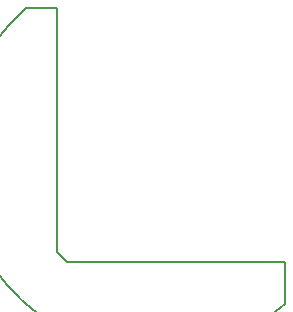
<source format=gm1>
G04 Layer_Color=16711935*
%FSLAX44Y44*%
%MOMM*%
G71*
G01*
G75*
%ADD31C,0.1500*%
D31*
X56599Y291601D02*
G03*
X276601Y41599I110001J-125001D01*
G01*
X56600Y291600D02*
X83200D01*
Y85000D02*
Y291600D01*
Y85000D02*
X91300Y76900D01*
X276600D01*
Y41600D02*
Y76900D01*
M02*

</source>
